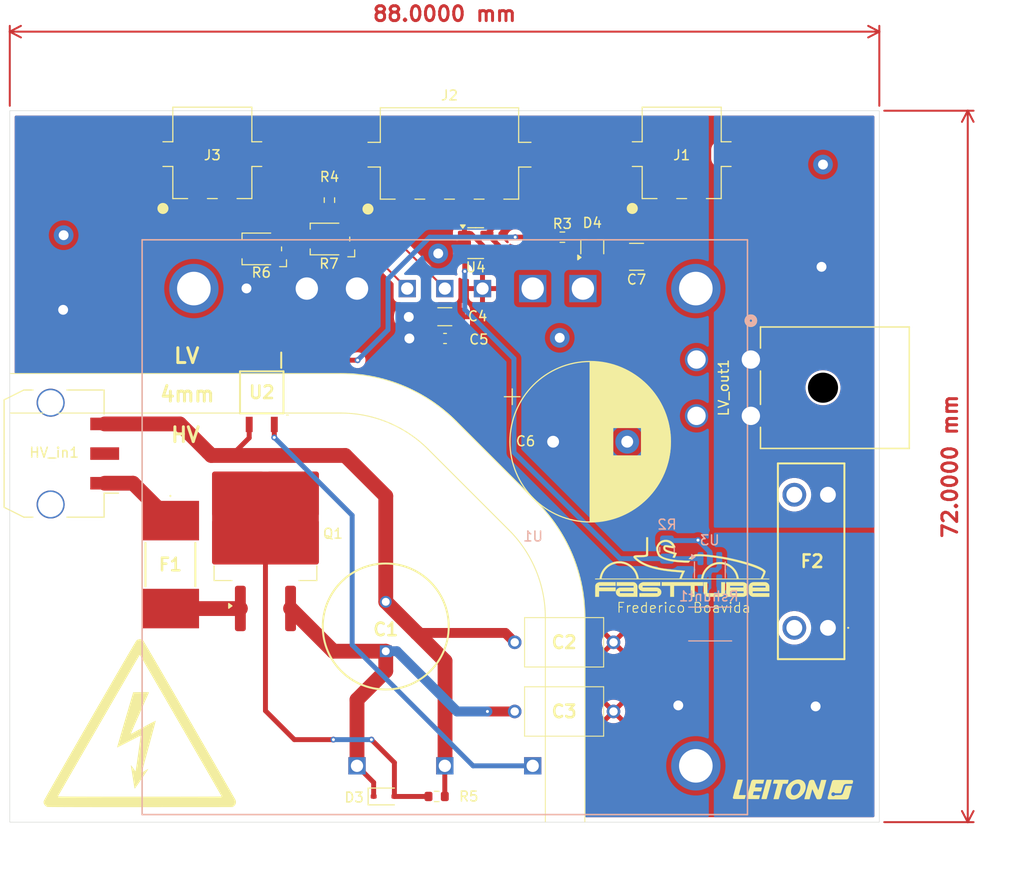
<source format=kicad_pcb>
(kicad_pcb
	(version 20240108)
	(generator "pcbnew")
	(generator_version "8.0")
	(general
		(thickness 1.6)
		(legacy_teardrops no)
	)
	(paper "A4")
	(layers
		(0 "F.Cu" power)
		(1 "In1.Cu" power "GND")
		(2 "In2.Cu" power "PWR")
		(31 "B.Cu" power)
		(32 "B.Adhes" user "B.Adhesive")
		(33 "F.Adhes" user "F.Adhesive")
		(34 "B.Paste" user)
		(35 "F.Paste" user)
		(36 "B.SilkS" user "B.Silkscreen")
		(37 "F.SilkS" user "F.Silkscreen")
		(38 "B.Mask" user)
		(39 "F.Mask" user)
		(40 "Dwgs.User" user "User.Drawings")
		(41 "Cmts.User" user "User.Comments")
		(42 "Eco1.User" user "User.Eco1")
		(43 "Eco2.User" user "User.Eco2")
		(44 "Edge.Cuts" user)
		(45 "Margin" user)
		(46 "B.CrtYd" user "B.Courtyard")
		(47 "F.CrtYd" user "F.Courtyard")
		(48 "B.Fab" user)
		(49 "F.Fab" user)
		(50 "User.1" user)
		(51 "User.2" user)
		(52 "User.3" user)
		(53 "User.4" user)
		(54 "User.5" user)
		(55 "User.6" user)
		(56 "User.7" user)
		(57 "User.8" user)
		(58 "User.9" user)
	)
	(setup
		(stackup
			(layer "F.SilkS"
				(type "Top Silk Screen")
			)
			(layer "F.Paste"
				(type "Top Solder Paste")
			)
			(layer "F.Mask"
				(type "Top Solder Mask")
				(thickness 0.01)
			)
			(layer "F.Cu"
				(type "copper")
				(thickness 0.035)
			)
			(layer "dielectric 1"
				(type "prepreg")
				(thickness 0.1)
				(material "FR4")
				(epsilon_r 4.5)
				(loss_tangent 0.02)
			)
			(layer "In1.Cu"
				(type "copper")
				(thickness 0.035)
			)
			(layer "dielectric 2"
				(type "core")
				(thickness 1.24)
				(material "FR4")
				(epsilon_r 4.5)
				(loss_tangent 0.02)
			)
			(layer "In2.Cu"
				(type "copper")
				(thickness 0.035)
			)
			(layer "dielectric 3"
				(type "prepreg")
				(thickness 0.1)
				(material "FR4")
				(epsilon_r 4.5)
				(loss_tangent 0.02)
			)
			(layer "B.Cu"
				(type "copper")
				(thickness 0.035)
			)
			(layer "B.Mask"
				(type "Bottom Solder Mask")
				(thickness 0.01)
			)
			(layer "B.Paste"
				(type "Bottom Solder Paste")
			)
			(layer "B.SilkS"
				(type "Bottom Silk Screen")
			)
			(copper_finish "None")
			(dielectric_constraints no)
		)
		(pad_to_mask_clearance 0)
		(allow_soldermask_bridges_in_footprints no)
		(pcbplotparams
			(layerselection 0x00010fc_ffffffff)
			(plot_on_all_layers_selection 0x0000000_00000000)
			(disableapertmacros no)
			(usegerberextensions no)
			(usegerberattributes yes)
			(usegerberadvancedattributes yes)
			(creategerberjobfile yes)
			(dashed_line_dash_ratio 12.000000)
			(dashed_line_gap_ratio 3.000000)
			(svgprecision 4)
			(plotframeref no)
			(viasonmask no)
			(mode 1)
			(useauxorigin no)
			(hpglpennumber 1)
			(hpglpenspeed 20)
			(hpglpendiameter 15.000000)
			(pdf_front_fp_property_popups yes)
			(pdf_back_fp_property_popups yes)
			(dxfpolygonmode yes)
			(dxfimperialunits yes)
			(dxfusepcbnewfont yes)
			(psnegative no)
			(psa4output no)
			(plotreference yes)
			(plotvalue yes)
			(plotfptext yes)
			(plotinvisibletext no)
			(sketchpadsonfab no)
			(subtractmaskfromsilk no)
			(outputformat 1)
			(mirror no)
			(drillshape 1)
			(scaleselection 1)
			(outputdirectory "")
		)
	)
	(net 0 "")
	(net 1 "/HV-")
	(net 2 "Net-(U1-+S)")
	(net 3 "GND")
	(net 4 "Net-(D4-Pad3)")
	(net 5 "/HV+")
	(net 6 "/LV_Cmeasure")
	(net 7 "Net-(R3-Pad2)")
	(net 8 "+3V3")
	(net 9 "/LV+")
	(net 10 "unconnected-(HV_in1-iso_space-Pad2)")
	(net 11 "/3V_buttoncell")
	(net 12 "/TEMP_TSDCDC")
	(net 13 "Net-(LV_out1-Pin_1)")
	(net 14 "Net-(U1-CNT)")
	(net 15 "Net-(D3-K)")
	(net 16 "Net-(Q1-D)")
	(net 17 "/G")
	(net 18 "Net-(U4-+)")
	(net 19 "Net-(U1-TRM)")
	(net 20 "Net-(U3--)")
	(net 21 "Net-(C7-Pad2)")
	(footprint "Capacitor_SMD:C_1210_3225Metric" (layer "F.Cu") (at 162.875 80 180))
	(footprint "Resistor_SMD:R_0603_1608Metric" (layer "F.Cu") (at 155.370341 78.015823 180))
	(footprint "footprints:VY1471M29Y5UC63V0" (layer "F.Cu") (at 160.545341 126.015823 180))
	(footprint "FaSTTUBe_connectors:Micro_Mate-N-Lok_2p_horizontal" (layer "F.Cu") (at 167.445341 69.608323 180))
	(footprint "Potentiometer_SMD:Potentiometer_Bourns_TC33X_Vertical" (layer "F.Cu") (at 131.75 78.2 180))
	(footprint "footprints:CAPPRD500W60D1275H2200" (layer "F.Cu") (at 137.495341 119.915823 90))
	(footprint "FaSTTUBe_logos:FTLogo_small" (layer "F.Cu") (at 167.5 111.4))
	(footprint "Capacitor_SMD:C_1206_3216Metric" (layer "F.Cu") (at 143.470341 86.065823))
	(footprint "footprints:VY1471M29Y5UC63V0" (layer "F.Cu") (at 150.545341 119.015823))
	(footprint "Capacitor_SMD:C_0603_1608Metric" (layer "F.Cu") (at 143.495341 88.265823))
	(footprint "Diode_SMD:D_SOD-323" (layer "F.Cu") (at 137.320341 134.615823))
	(footprint "Capacitor_THT:CP_Radial_D16.0mm_P7.50mm" (layer "F.Cu") (at 154.432587 98.715823))
	(footprint "Resistor_SMD:R_0603_1608Metric" (layer "F.Cu") (at 131.795341 74.265823 -90))
	(footprint "FaSTTUBe_connectors:Micro_Mate-N-Lok_2p_horizontal" (layer "F.Cu") (at 119.945341 69.608323 180))
	(footprint "footprints:0ACG5000TE" (layer "F.Cu") (at 115.7 111.15 -90))
	(footprint "Package_TO_SOT_SMD:SOT-323_SC-70" (layer "F.Cu") (at 158.395341 79.015823 90))
	(footprint "Connector_Molex:Molex_Micro-Fit_3.0_43650-0310_1x03-1MP_P3.00mm_Horizontal_PnP" (layer "F.Cu") (at 103.930341 99.915823 90))
	(footprint "Resistor_SMD:R_0603_1608Metric" (layer "F.Cu") (at 142.645341 134.615823))
	(footprint "FaSTTUBe_logos:HV-Warning" (layer "F.Cu") (at 112.6 127.2))
	(footprint "footprints:SOP254P700X210-4N" (layer "F.Cu") (at 124.945341 93.715823 -90))
	(footprint "Potentiometer_SMD:Potentiometer_Bourns_TC33X_Vertical"
		(layer "F.Cu")
		(uuid "b01cf478-92a1-4341-ac31-c4b4456c09d5")
		(at 124.85 79.2 180)
		(descr "Potentiometer, Bourns, TC33X, Vertical, https://www.bourns.com/pdfs/TC33.pdf")
		(tags "Potentiometer Bourns TC33X Vertical")
		(property "Reference" "R6"
			(at -0.05 -2.4 0)
			(layer "F.SilkS")
			(uuid "183537b1-87d2-486c-a672-7654754bc1dd")
			(effects
				(font
					(size 1 1)
					(thickness 0.15)
				)
			)
		)
		(property "Value" "100k"
			(at 0 2.5 0)
			(layer "F.Fab")
			(uuid "d10feaee-c6ce-4f5b-8d12-249b703517c6")
			(effects
				(font
					(size 1 1)
					(thickness 0.15)
				)
			)
		)
		(property "Footprint" "Potentiometer_SMD:Potentiometer_Bourns_TC33X_Vertical"
			(at 0 0 180)
			(unlocked yes)
			(layer "F.Fab")
			(hide yes)
			(uuid "87f64089-8966-4db0-b831-a11cf8d21ce0")
			(effects
				(font
					(size 1.27 1.27)
					(thickness 0.15)
				)
			)
		)
		(property "Datasheet" ""
			(at 0 0 180)
			(unlocked yes)
			(layer "F.Fab")
			(hide yes)
			(uuid "775f9d4e-137d-45aa-921b-12213783fdab")
			(effects
				(font
					(size 1.27 1.27)
					(thickness 0.15)
				)
			)
		)
		(property "Description" "Trimmable resistor (preset resistor)"
			(at 0 0 180)
			(unlocked yes)
			(layer "F.Fab")
			(hide yes)
			(uuid "fa8becb3-bfa3-46a7-97eb-b43e4aef7e43")
			(effects
				(font
					(size 1.27 1.27)
					(thickness 0.15)
				)
			)
		)
		(property ki_fp_filters "R_*")
		(path "/e8f1022b-18f0-4041-bbce-bd654e00309f")
		(sheetname "Stammblatt")
		(sheetfile "TDK_DCDC_pcb.kicad_sch")
		(attr smd)
		(fp_line
			(start 1.9 1.6)
			(end 1.9 1)
			(stroke
				(width 0.12)
				(type solid)
			)
			(layer "F.SilkS")
			(uuid "0e9ae93a-0cd9-4896-b25b-b1967bbebd29")
		)
		(fp_line
			(start 1.9 -1.6)
			(end 1.9 -1)
			(stroke
				(width 0.12)
				(type solid)
			)
			(layer "F.SilkS")
			(uuid "abebb348-caee-4a6e-8bf2-12e9063f7f4b")
		)
		(fp_line
			(start -1 1.6)
			(end 1.9 1.6)
			(stroke
				(width 0.12)
				(type solid)
			)
			(layer "F.SilkS")
			(uuid "1b1aa6eb-6784-48d3-a374-5280a66a4f7b")
		)
		(fp_line
			
... [346623 chars truncated]
</source>
